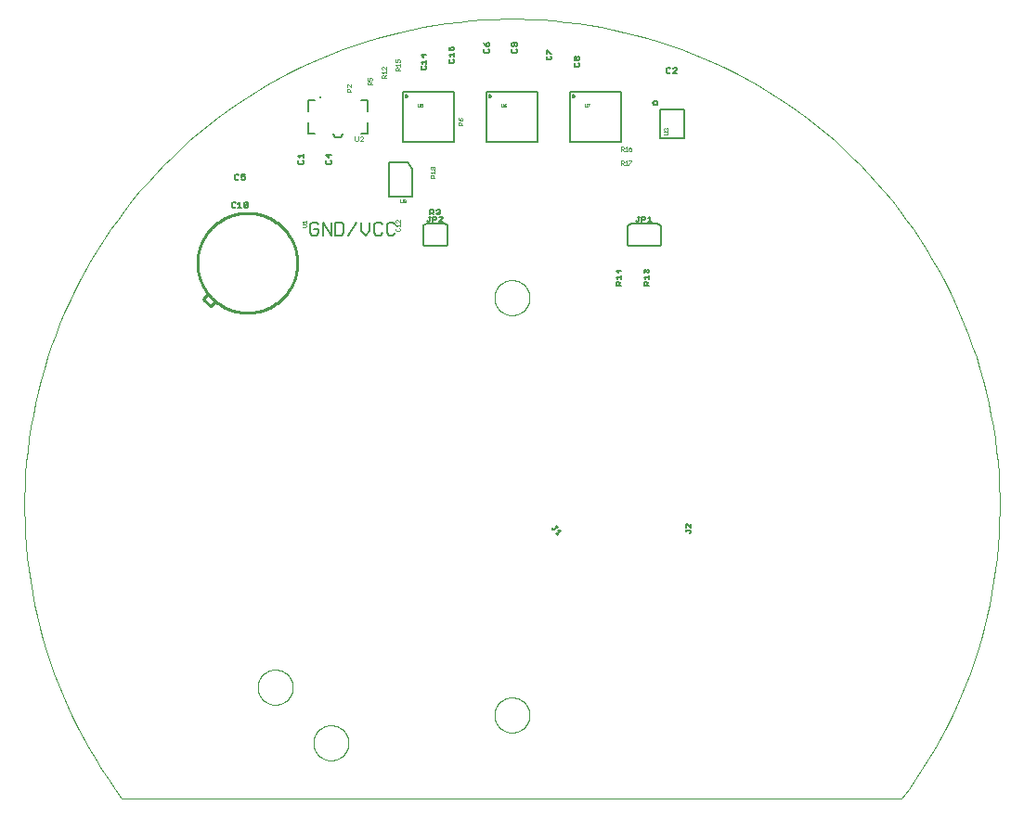
<source format=gto>
G75*
%MOIN*%
%OFA0B0*%
%FSLAX25Y25*%
%IPPOS*%
%LPD*%
%AMOC8*
5,1,8,0,0,1.08239X$1,22.5*
%
%ADD10C,0.00000*%
%ADD11C,0.00500*%
%ADD12C,0.01000*%
%ADD13C,0.00100*%
%ADD14C,0.00200*%
%ADD15C,0.01114*%
%ADD16C,0.00700*%
%ADD17C,0.00800*%
%ADD18C,0.00600*%
D10*
X0062200Y0017200D02*
X0342200Y0017200D01*
X0195901Y0047200D02*
X0195903Y0047358D01*
X0195909Y0047516D01*
X0195919Y0047674D01*
X0195933Y0047832D01*
X0195951Y0047989D01*
X0195972Y0048146D01*
X0195998Y0048302D01*
X0196028Y0048458D01*
X0196061Y0048613D01*
X0196099Y0048766D01*
X0196140Y0048919D01*
X0196185Y0049071D01*
X0196234Y0049222D01*
X0196287Y0049371D01*
X0196343Y0049519D01*
X0196403Y0049665D01*
X0196467Y0049810D01*
X0196535Y0049953D01*
X0196606Y0050095D01*
X0196680Y0050235D01*
X0196758Y0050372D01*
X0196840Y0050508D01*
X0196924Y0050642D01*
X0197013Y0050773D01*
X0197104Y0050902D01*
X0197199Y0051029D01*
X0197296Y0051154D01*
X0197397Y0051276D01*
X0197501Y0051395D01*
X0197608Y0051512D01*
X0197718Y0051626D01*
X0197831Y0051737D01*
X0197946Y0051846D01*
X0198064Y0051951D01*
X0198185Y0052053D01*
X0198308Y0052153D01*
X0198434Y0052249D01*
X0198562Y0052342D01*
X0198692Y0052432D01*
X0198825Y0052518D01*
X0198960Y0052602D01*
X0199096Y0052681D01*
X0199235Y0052758D01*
X0199376Y0052830D01*
X0199518Y0052900D01*
X0199662Y0052965D01*
X0199808Y0053027D01*
X0199955Y0053085D01*
X0200104Y0053140D01*
X0200254Y0053191D01*
X0200405Y0053238D01*
X0200557Y0053281D01*
X0200710Y0053320D01*
X0200865Y0053356D01*
X0201020Y0053387D01*
X0201176Y0053415D01*
X0201332Y0053439D01*
X0201489Y0053459D01*
X0201647Y0053475D01*
X0201804Y0053487D01*
X0201963Y0053495D01*
X0202121Y0053499D01*
X0202279Y0053499D01*
X0202437Y0053495D01*
X0202596Y0053487D01*
X0202753Y0053475D01*
X0202911Y0053459D01*
X0203068Y0053439D01*
X0203224Y0053415D01*
X0203380Y0053387D01*
X0203535Y0053356D01*
X0203690Y0053320D01*
X0203843Y0053281D01*
X0203995Y0053238D01*
X0204146Y0053191D01*
X0204296Y0053140D01*
X0204445Y0053085D01*
X0204592Y0053027D01*
X0204738Y0052965D01*
X0204882Y0052900D01*
X0205024Y0052830D01*
X0205165Y0052758D01*
X0205304Y0052681D01*
X0205440Y0052602D01*
X0205575Y0052518D01*
X0205708Y0052432D01*
X0205838Y0052342D01*
X0205966Y0052249D01*
X0206092Y0052153D01*
X0206215Y0052053D01*
X0206336Y0051951D01*
X0206454Y0051846D01*
X0206569Y0051737D01*
X0206682Y0051626D01*
X0206792Y0051512D01*
X0206899Y0051395D01*
X0207003Y0051276D01*
X0207104Y0051154D01*
X0207201Y0051029D01*
X0207296Y0050902D01*
X0207387Y0050773D01*
X0207476Y0050642D01*
X0207560Y0050508D01*
X0207642Y0050372D01*
X0207720Y0050235D01*
X0207794Y0050095D01*
X0207865Y0049953D01*
X0207933Y0049810D01*
X0207997Y0049665D01*
X0208057Y0049519D01*
X0208113Y0049371D01*
X0208166Y0049222D01*
X0208215Y0049071D01*
X0208260Y0048919D01*
X0208301Y0048766D01*
X0208339Y0048613D01*
X0208372Y0048458D01*
X0208402Y0048302D01*
X0208428Y0048146D01*
X0208449Y0047989D01*
X0208467Y0047832D01*
X0208481Y0047674D01*
X0208491Y0047516D01*
X0208497Y0047358D01*
X0208499Y0047200D01*
X0208497Y0047042D01*
X0208491Y0046884D01*
X0208481Y0046726D01*
X0208467Y0046568D01*
X0208449Y0046411D01*
X0208428Y0046254D01*
X0208402Y0046098D01*
X0208372Y0045942D01*
X0208339Y0045787D01*
X0208301Y0045634D01*
X0208260Y0045481D01*
X0208215Y0045329D01*
X0208166Y0045178D01*
X0208113Y0045029D01*
X0208057Y0044881D01*
X0207997Y0044735D01*
X0207933Y0044590D01*
X0207865Y0044447D01*
X0207794Y0044305D01*
X0207720Y0044165D01*
X0207642Y0044028D01*
X0207560Y0043892D01*
X0207476Y0043758D01*
X0207387Y0043627D01*
X0207296Y0043498D01*
X0207201Y0043371D01*
X0207104Y0043246D01*
X0207003Y0043124D01*
X0206899Y0043005D01*
X0206792Y0042888D01*
X0206682Y0042774D01*
X0206569Y0042663D01*
X0206454Y0042554D01*
X0206336Y0042449D01*
X0206215Y0042347D01*
X0206092Y0042247D01*
X0205966Y0042151D01*
X0205838Y0042058D01*
X0205708Y0041968D01*
X0205575Y0041882D01*
X0205440Y0041798D01*
X0205304Y0041719D01*
X0205165Y0041642D01*
X0205024Y0041570D01*
X0204882Y0041500D01*
X0204738Y0041435D01*
X0204592Y0041373D01*
X0204445Y0041315D01*
X0204296Y0041260D01*
X0204146Y0041209D01*
X0203995Y0041162D01*
X0203843Y0041119D01*
X0203690Y0041080D01*
X0203535Y0041044D01*
X0203380Y0041013D01*
X0203224Y0040985D01*
X0203068Y0040961D01*
X0202911Y0040941D01*
X0202753Y0040925D01*
X0202596Y0040913D01*
X0202437Y0040905D01*
X0202279Y0040901D01*
X0202121Y0040901D01*
X0201963Y0040905D01*
X0201804Y0040913D01*
X0201647Y0040925D01*
X0201489Y0040941D01*
X0201332Y0040961D01*
X0201176Y0040985D01*
X0201020Y0041013D01*
X0200865Y0041044D01*
X0200710Y0041080D01*
X0200557Y0041119D01*
X0200405Y0041162D01*
X0200254Y0041209D01*
X0200104Y0041260D01*
X0199955Y0041315D01*
X0199808Y0041373D01*
X0199662Y0041435D01*
X0199518Y0041500D01*
X0199376Y0041570D01*
X0199235Y0041642D01*
X0199096Y0041719D01*
X0198960Y0041798D01*
X0198825Y0041882D01*
X0198692Y0041968D01*
X0198562Y0042058D01*
X0198434Y0042151D01*
X0198308Y0042247D01*
X0198185Y0042347D01*
X0198064Y0042449D01*
X0197946Y0042554D01*
X0197831Y0042663D01*
X0197718Y0042774D01*
X0197608Y0042888D01*
X0197501Y0043005D01*
X0197397Y0043124D01*
X0197296Y0043246D01*
X0197199Y0043371D01*
X0197104Y0043498D01*
X0197013Y0043627D01*
X0196924Y0043758D01*
X0196840Y0043892D01*
X0196758Y0044028D01*
X0196680Y0044165D01*
X0196606Y0044305D01*
X0196535Y0044447D01*
X0196467Y0044590D01*
X0196403Y0044735D01*
X0196343Y0044881D01*
X0196287Y0045029D01*
X0196234Y0045178D01*
X0196185Y0045329D01*
X0196140Y0045481D01*
X0196099Y0045634D01*
X0196061Y0045787D01*
X0196028Y0045942D01*
X0195998Y0046098D01*
X0195972Y0046254D01*
X0195951Y0046411D01*
X0195933Y0046568D01*
X0195919Y0046726D01*
X0195909Y0046884D01*
X0195903Y0047042D01*
X0195901Y0047200D01*
X0130901Y0037200D02*
X0130903Y0037358D01*
X0130909Y0037516D01*
X0130919Y0037674D01*
X0130933Y0037832D01*
X0130951Y0037989D01*
X0130972Y0038146D01*
X0130998Y0038302D01*
X0131028Y0038458D01*
X0131061Y0038613D01*
X0131099Y0038766D01*
X0131140Y0038919D01*
X0131185Y0039071D01*
X0131234Y0039222D01*
X0131287Y0039371D01*
X0131343Y0039519D01*
X0131403Y0039665D01*
X0131467Y0039810D01*
X0131535Y0039953D01*
X0131606Y0040095D01*
X0131680Y0040235D01*
X0131758Y0040372D01*
X0131840Y0040508D01*
X0131924Y0040642D01*
X0132013Y0040773D01*
X0132104Y0040902D01*
X0132199Y0041029D01*
X0132296Y0041154D01*
X0132397Y0041276D01*
X0132501Y0041395D01*
X0132608Y0041512D01*
X0132718Y0041626D01*
X0132831Y0041737D01*
X0132946Y0041846D01*
X0133064Y0041951D01*
X0133185Y0042053D01*
X0133308Y0042153D01*
X0133434Y0042249D01*
X0133562Y0042342D01*
X0133692Y0042432D01*
X0133825Y0042518D01*
X0133960Y0042602D01*
X0134096Y0042681D01*
X0134235Y0042758D01*
X0134376Y0042830D01*
X0134518Y0042900D01*
X0134662Y0042965D01*
X0134808Y0043027D01*
X0134955Y0043085D01*
X0135104Y0043140D01*
X0135254Y0043191D01*
X0135405Y0043238D01*
X0135557Y0043281D01*
X0135710Y0043320D01*
X0135865Y0043356D01*
X0136020Y0043387D01*
X0136176Y0043415D01*
X0136332Y0043439D01*
X0136489Y0043459D01*
X0136647Y0043475D01*
X0136804Y0043487D01*
X0136963Y0043495D01*
X0137121Y0043499D01*
X0137279Y0043499D01*
X0137437Y0043495D01*
X0137596Y0043487D01*
X0137753Y0043475D01*
X0137911Y0043459D01*
X0138068Y0043439D01*
X0138224Y0043415D01*
X0138380Y0043387D01*
X0138535Y0043356D01*
X0138690Y0043320D01*
X0138843Y0043281D01*
X0138995Y0043238D01*
X0139146Y0043191D01*
X0139296Y0043140D01*
X0139445Y0043085D01*
X0139592Y0043027D01*
X0139738Y0042965D01*
X0139882Y0042900D01*
X0140024Y0042830D01*
X0140165Y0042758D01*
X0140304Y0042681D01*
X0140440Y0042602D01*
X0140575Y0042518D01*
X0140708Y0042432D01*
X0140838Y0042342D01*
X0140966Y0042249D01*
X0141092Y0042153D01*
X0141215Y0042053D01*
X0141336Y0041951D01*
X0141454Y0041846D01*
X0141569Y0041737D01*
X0141682Y0041626D01*
X0141792Y0041512D01*
X0141899Y0041395D01*
X0142003Y0041276D01*
X0142104Y0041154D01*
X0142201Y0041029D01*
X0142296Y0040902D01*
X0142387Y0040773D01*
X0142476Y0040642D01*
X0142560Y0040508D01*
X0142642Y0040372D01*
X0142720Y0040235D01*
X0142794Y0040095D01*
X0142865Y0039953D01*
X0142933Y0039810D01*
X0142997Y0039665D01*
X0143057Y0039519D01*
X0143113Y0039371D01*
X0143166Y0039222D01*
X0143215Y0039071D01*
X0143260Y0038919D01*
X0143301Y0038766D01*
X0143339Y0038613D01*
X0143372Y0038458D01*
X0143402Y0038302D01*
X0143428Y0038146D01*
X0143449Y0037989D01*
X0143467Y0037832D01*
X0143481Y0037674D01*
X0143491Y0037516D01*
X0143497Y0037358D01*
X0143499Y0037200D01*
X0143497Y0037042D01*
X0143491Y0036884D01*
X0143481Y0036726D01*
X0143467Y0036568D01*
X0143449Y0036411D01*
X0143428Y0036254D01*
X0143402Y0036098D01*
X0143372Y0035942D01*
X0143339Y0035787D01*
X0143301Y0035634D01*
X0143260Y0035481D01*
X0143215Y0035329D01*
X0143166Y0035178D01*
X0143113Y0035029D01*
X0143057Y0034881D01*
X0142997Y0034735D01*
X0142933Y0034590D01*
X0142865Y0034447D01*
X0142794Y0034305D01*
X0142720Y0034165D01*
X0142642Y0034028D01*
X0142560Y0033892D01*
X0142476Y0033758D01*
X0142387Y0033627D01*
X0142296Y0033498D01*
X0142201Y0033371D01*
X0142104Y0033246D01*
X0142003Y0033124D01*
X0141899Y0033005D01*
X0141792Y0032888D01*
X0141682Y0032774D01*
X0141569Y0032663D01*
X0141454Y0032554D01*
X0141336Y0032449D01*
X0141215Y0032347D01*
X0141092Y0032247D01*
X0140966Y0032151D01*
X0140838Y0032058D01*
X0140708Y0031968D01*
X0140575Y0031882D01*
X0140440Y0031798D01*
X0140304Y0031719D01*
X0140165Y0031642D01*
X0140024Y0031570D01*
X0139882Y0031500D01*
X0139738Y0031435D01*
X0139592Y0031373D01*
X0139445Y0031315D01*
X0139296Y0031260D01*
X0139146Y0031209D01*
X0138995Y0031162D01*
X0138843Y0031119D01*
X0138690Y0031080D01*
X0138535Y0031044D01*
X0138380Y0031013D01*
X0138224Y0030985D01*
X0138068Y0030961D01*
X0137911Y0030941D01*
X0137753Y0030925D01*
X0137596Y0030913D01*
X0137437Y0030905D01*
X0137279Y0030901D01*
X0137121Y0030901D01*
X0136963Y0030905D01*
X0136804Y0030913D01*
X0136647Y0030925D01*
X0136489Y0030941D01*
X0136332Y0030961D01*
X0136176Y0030985D01*
X0136020Y0031013D01*
X0135865Y0031044D01*
X0135710Y0031080D01*
X0135557Y0031119D01*
X0135405Y0031162D01*
X0135254Y0031209D01*
X0135104Y0031260D01*
X0134955Y0031315D01*
X0134808Y0031373D01*
X0134662Y0031435D01*
X0134518Y0031500D01*
X0134376Y0031570D01*
X0134235Y0031642D01*
X0134096Y0031719D01*
X0133960Y0031798D01*
X0133825Y0031882D01*
X0133692Y0031968D01*
X0133562Y0032058D01*
X0133434Y0032151D01*
X0133308Y0032247D01*
X0133185Y0032347D01*
X0133064Y0032449D01*
X0132946Y0032554D01*
X0132831Y0032663D01*
X0132718Y0032774D01*
X0132608Y0032888D01*
X0132501Y0033005D01*
X0132397Y0033124D01*
X0132296Y0033246D01*
X0132199Y0033371D01*
X0132104Y0033498D01*
X0132013Y0033627D01*
X0131924Y0033758D01*
X0131840Y0033892D01*
X0131758Y0034028D01*
X0131680Y0034165D01*
X0131606Y0034305D01*
X0131535Y0034447D01*
X0131467Y0034590D01*
X0131403Y0034735D01*
X0131343Y0034881D01*
X0131287Y0035029D01*
X0131234Y0035178D01*
X0131185Y0035329D01*
X0131140Y0035481D01*
X0131099Y0035634D01*
X0131061Y0035787D01*
X0131028Y0035942D01*
X0130998Y0036098D01*
X0130972Y0036254D01*
X0130951Y0036411D01*
X0130933Y0036568D01*
X0130919Y0036726D01*
X0130909Y0036884D01*
X0130903Y0037042D01*
X0130901Y0037200D01*
X0110901Y0057200D02*
X0110903Y0057358D01*
X0110909Y0057516D01*
X0110919Y0057674D01*
X0110933Y0057832D01*
X0110951Y0057989D01*
X0110972Y0058146D01*
X0110998Y0058302D01*
X0111028Y0058458D01*
X0111061Y0058613D01*
X0111099Y0058766D01*
X0111140Y0058919D01*
X0111185Y0059071D01*
X0111234Y0059222D01*
X0111287Y0059371D01*
X0111343Y0059519D01*
X0111403Y0059665D01*
X0111467Y0059810D01*
X0111535Y0059953D01*
X0111606Y0060095D01*
X0111680Y0060235D01*
X0111758Y0060372D01*
X0111840Y0060508D01*
X0111924Y0060642D01*
X0112013Y0060773D01*
X0112104Y0060902D01*
X0112199Y0061029D01*
X0112296Y0061154D01*
X0112397Y0061276D01*
X0112501Y0061395D01*
X0112608Y0061512D01*
X0112718Y0061626D01*
X0112831Y0061737D01*
X0112946Y0061846D01*
X0113064Y0061951D01*
X0113185Y0062053D01*
X0113308Y0062153D01*
X0113434Y0062249D01*
X0113562Y0062342D01*
X0113692Y0062432D01*
X0113825Y0062518D01*
X0113960Y0062602D01*
X0114096Y0062681D01*
X0114235Y0062758D01*
X0114376Y0062830D01*
X0114518Y0062900D01*
X0114662Y0062965D01*
X0114808Y0063027D01*
X0114955Y0063085D01*
X0115104Y0063140D01*
X0115254Y0063191D01*
X0115405Y0063238D01*
X0115557Y0063281D01*
X0115710Y0063320D01*
X0115865Y0063356D01*
X0116020Y0063387D01*
X0116176Y0063415D01*
X0116332Y0063439D01*
X0116489Y0063459D01*
X0116647Y0063475D01*
X0116804Y0063487D01*
X0116963Y0063495D01*
X0117121Y0063499D01*
X0117279Y0063499D01*
X0117437Y0063495D01*
X0117596Y0063487D01*
X0117753Y0063475D01*
X0117911Y0063459D01*
X0118068Y0063439D01*
X0118224Y0063415D01*
X0118380Y0063387D01*
X0118535Y0063356D01*
X0118690Y0063320D01*
X0118843Y0063281D01*
X0118995Y0063238D01*
X0119146Y0063191D01*
X0119296Y0063140D01*
X0119445Y0063085D01*
X0119592Y0063027D01*
X0119738Y0062965D01*
X0119882Y0062900D01*
X0120024Y0062830D01*
X0120165Y0062758D01*
X0120304Y0062681D01*
X0120440Y0062602D01*
X0120575Y0062518D01*
X0120708Y0062432D01*
X0120838Y0062342D01*
X0120966Y0062249D01*
X0121092Y0062153D01*
X0121215Y0062053D01*
X0121336Y0061951D01*
X0121454Y0061846D01*
X0121569Y0061737D01*
X0121682Y0061626D01*
X0121792Y0061512D01*
X0121899Y0061395D01*
X0122003Y0061276D01*
X0122104Y0061154D01*
X0122201Y0061029D01*
X0122296Y0060902D01*
X0122387Y0060773D01*
X0122476Y0060642D01*
X0122560Y0060508D01*
X0122642Y0060372D01*
X0122720Y0060235D01*
X0122794Y0060095D01*
X0122865Y0059953D01*
X0122933Y0059810D01*
X0122997Y0059665D01*
X0123057Y0059519D01*
X0123113Y0059371D01*
X0123166Y0059222D01*
X0123215Y0059071D01*
X0123260Y0058919D01*
X0123301Y0058766D01*
X0123339Y0058613D01*
X0123372Y0058458D01*
X0123402Y0058302D01*
X0123428Y0058146D01*
X0123449Y0057989D01*
X0123467Y0057832D01*
X0123481Y0057674D01*
X0123491Y0057516D01*
X0123497Y0057358D01*
X0123499Y0057200D01*
X0123497Y0057042D01*
X0123491Y0056884D01*
X0123481Y0056726D01*
X0123467Y0056568D01*
X0123449Y0056411D01*
X0123428Y0056254D01*
X0123402Y0056098D01*
X0123372Y0055942D01*
X0123339Y0055787D01*
X0123301Y0055634D01*
X0123260Y0055481D01*
X0123215Y0055329D01*
X0123166Y0055178D01*
X0123113Y0055029D01*
X0123057Y0054881D01*
X0122997Y0054735D01*
X0122933Y0054590D01*
X0122865Y0054447D01*
X0122794Y0054305D01*
X0122720Y0054165D01*
X0122642Y0054028D01*
X0122560Y0053892D01*
X0122476Y0053758D01*
X0122387Y0053627D01*
X0122296Y0053498D01*
X0122201Y0053371D01*
X0122104Y0053246D01*
X0122003Y0053124D01*
X0121899Y0053005D01*
X0121792Y0052888D01*
X0121682Y0052774D01*
X0121569Y0052663D01*
X0121454Y0052554D01*
X0121336Y0052449D01*
X0121215Y0052347D01*
X0121092Y0052247D01*
X0120966Y0052151D01*
X0120838Y0052058D01*
X0120708Y0051968D01*
X0120575Y0051882D01*
X0120440Y0051798D01*
X0120304Y0051719D01*
X0120165Y0051642D01*
X0120024Y0051570D01*
X0119882Y0051500D01*
X0119738Y0051435D01*
X0119592Y0051373D01*
X0119445Y0051315D01*
X0119296Y0051260D01*
X0119146Y0051209D01*
X0118995Y0051162D01*
X0118843Y0051119D01*
X0118690Y0051080D01*
X0118535Y0051044D01*
X0118380Y0051013D01*
X0118224Y0050985D01*
X0118068Y0050961D01*
X0117911Y0050941D01*
X0117753Y0050925D01*
X0117596Y0050913D01*
X0117437Y0050905D01*
X0117279Y0050901D01*
X0117121Y0050901D01*
X0116963Y0050905D01*
X0116804Y0050913D01*
X0116647Y0050925D01*
X0116489Y0050941D01*
X0116332Y0050961D01*
X0116176Y0050985D01*
X0116020Y0051013D01*
X0115865Y0051044D01*
X0115710Y0051080D01*
X0115557Y0051119D01*
X0115405Y0051162D01*
X0115254Y0051209D01*
X0115104Y0051260D01*
X0114955Y0051315D01*
X0114808Y0051373D01*
X0114662Y0051435D01*
X0114518Y0051500D01*
X0114376Y0051570D01*
X0114235Y0051642D01*
X0114096Y0051719D01*
X0113960Y0051798D01*
X0113825Y0051882D01*
X0113692Y0051968D01*
X0113562Y0052058D01*
X0113434Y0052151D01*
X0113308Y0052247D01*
X0113185Y0052347D01*
X0113064Y0052449D01*
X0112946Y0052554D01*
X0112831Y0052663D01*
X0112718Y0052774D01*
X0112608Y0052888D01*
X0112501Y0053005D01*
X0112397Y0053124D01*
X0112296Y0053246D01*
X0112199Y0053371D01*
X0112104Y0053498D01*
X0112013Y0053627D01*
X0111924Y0053758D01*
X0111840Y0053892D01*
X0111758Y0054028D01*
X0111680Y0054165D01*
X0111606Y0054305D01*
X0111535Y0054447D01*
X0111467Y0054590D01*
X0111403Y0054735D01*
X0111343Y0054881D01*
X0111287Y0055029D01*
X0111234Y0055178D01*
X0111185Y0055329D01*
X0111140Y0055481D01*
X0111099Y0055634D01*
X0111061Y0055787D01*
X0111028Y0055942D01*
X0110998Y0056098D01*
X0110972Y0056254D01*
X0110951Y0056411D01*
X0110933Y0056568D01*
X0110919Y0056726D01*
X0110909Y0056884D01*
X0110903Y0057042D01*
X0110901Y0057200D01*
X0062200Y0017200D02*
X0059670Y0020657D01*
X0057225Y0024176D01*
X0054867Y0027753D01*
X0052597Y0031386D01*
X0050416Y0035075D01*
X0048327Y0038815D01*
X0046330Y0042605D01*
X0044426Y0046443D01*
X0042617Y0050327D01*
X0040903Y0054254D01*
X0039286Y0058221D01*
X0037766Y0062227D01*
X0036345Y0066269D01*
X0035023Y0070344D01*
X0033801Y0074451D01*
X0032680Y0078586D01*
X0031661Y0082747D01*
X0030744Y0086932D01*
X0029929Y0091139D01*
X0029218Y0095363D01*
X0028610Y0099605D01*
X0028107Y0103859D01*
X0027707Y0108125D01*
X0027412Y0112399D01*
X0027222Y0116679D01*
X0027136Y0120963D01*
X0027156Y0125247D01*
X0027280Y0129530D01*
X0027509Y0133808D01*
X0027842Y0138079D01*
X0028280Y0142341D01*
X0028822Y0146591D01*
X0029468Y0150827D01*
X0030218Y0155045D01*
X0031070Y0159244D01*
X0032025Y0163420D01*
X0033082Y0167572D01*
X0034240Y0171697D01*
X0035499Y0175793D01*
X0036857Y0179856D01*
X0038315Y0183885D01*
X0039871Y0187877D01*
X0041524Y0191829D01*
X0043273Y0195740D01*
X0045117Y0199607D01*
X0047056Y0203428D01*
X0049087Y0207200D01*
X0051210Y0210922D01*
X0053423Y0214590D01*
X0055726Y0218203D01*
X0058116Y0221759D01*
X0060593Y0225255D01*
X0063154Y0228689D01*
X0065799Y0232060D01*
X0068525Y0235365D01*
X0071332Y0238602D01*
X0074217Y0241770D01*
X0077178Y0244866D01*
X0080215Y0247889D01*
X0083324Y0250836D01*
X0086505Y0253707D01*
X0089754Y0256498D01*
X0093072Y0259210D01*
X0096454Y0261839D01*
X0099900Y0264385D01*
X0103407Y0266846D01*
X0106974Y0269220D01*
X0110597Y0271506D01*
X0114275Y0273703D01*
X0118006Y0275810D01*
X0121788Y0277824D01*
X0125617Y0279745D01*
X0129493Y0281572D01*
X0133411Y0283303D01*
X0137372Y0284939D01*
X0141371Y0286476D01*
X0145406Y0287916D01*
X0149475Y0289256D01*
X0153576Y0290496D01*
X0157706Y0291636D01*
X0161863Y0292674D01*
X0166044Y0293610D01*
X0170246Y0294443D01*
X0174468Y0295174D01*
X0178706Y0295800D01*
X0182959Y0296323D01*
X0187223Y0296742D01*
X0191495Y0297056D01*
X0195775Y0297266D01*
X0200058Y0297371D01*
X0204342Y0297371D01*
X0208625Y0297266D01*
X0212905Y0297056D01*
X0217177Y0296742D01*
X0221441Y0296323D01*
X0225694Y0295800D01*
X0229932Y0295174D01*
X0234154Y0294443D01*
X0238356Y0293610D01*
X0242537Y0292674D01*
X0246694Y0291636D01*
X0250824Y0290496D01*
X0254925Y0289256D01*
X0258994Y0287916D01*
X0263029Y0286476D01*
X0267028Y0284939D01*
X0270989Y0283303D01*
X0274907Y0281572D01*
X0278783Y0279745D01*
X0282612Y0277824D01*
X0286394Y0275810D01*
X0290125Y0273703D01*
X0293803Y0271506D01*
X0297426Y0269220D01*
X0300993Y0266846D01*
X0304500Y0264385D01*
X0307946Y0261839D01*
X0311328Y0259210D01*
X0314646Y0256498D01*
X0317895Y0253707D01*
X0321076Y0250836D01*
X0324185Y0247889D01*
X0327222Y0244866D01*
X0330183Y0241770D01*
X0333068Y0238602D01*
X0335875Y0235365D01*
X0338601Y0232060D01*
X0341246Y0228689D01*
X0343807Y0225255D01*
X0346284Y0221759D01*
X0348674Y0218203D01*
X0350977Y0214590D01*
X0353190Y0210922D01*
X0355313Y0207200D01*
X0357344Y0203428D01*
X0359283Y0199607D01*
X0361127Y0195740D01*
X0362876Y0191829D01*
X0364529Y0187877D01*
X0366085Y0183885D01*
X0367543Y0179856D01*
X0368901Y0175793D01*
X0370160Y0171697D01*
X0371318Y0167572D01*
X0372375Y0163420D01*
X0373330Y0159244D01*
X0374182Y0155045D01*
X0374932Y0150827D01*
X0375578Y0146591D01*
X0376120Y0142341D01*
X0376558Y0138079D01*
X0376891Y0133808D01*
X0377120Y0129530D01*
X0377244Y0125247D01*
X0377264Y0120963D01*
X0377178Y0116679D01*
X0376988Y0112399D01*
X0376693Y0108125D01*
X0376293Y0103859D01*
X0375790Y0099605D01*
X0375182Y0095363D01*
X0374471Y0091139D01*
X0373656Y0086932D01*
X0372739Y0082747D01*
X0371720Y0078586D01*
X0370599Y0074451D01*
X0369377Y0070344D01*
X0368055Y0066269D01*
X0366634Y0062227D01*
X0365114Y0058221D01*
X0363497Y0054254D01*
X0361783Y0050327D01*
X0359974Y0046443D01*
X0358070Y0042605D01*
X0356073Y0038815D01*
X0353984Y0035075D01*
X0351803Y0031386D01*
X0349533Y0027753D01*
X0347175Y0024176D01*
X0344730Y0020657D01*
X0342200Y0017200D01*
X0195901Y0197200D02*
X0195903Y0197358D01*
X0195909Y0197516D01*
X0195919Y0197674D01*
X0195933Y0197832D01*
X0195951Y0197989D01*
X0195972Y0198146D01*
X0195998Y0198302D01*
X0196028Y0198458D01*
X0196061Y0198613D01*
X0196099Y0198766D01*
X0196140Y0198919D01*
X0196185Y0199071D01*
X0196234Y0199222D01*
X0196287Y0199371D01*
X0196343Y0199519D01*
X0196403Y0199665D01*
X0196467Y0199810D01*
X0196535Y0199953D01*
X0196606Y0200095D01*
X0196680Y0200235D01*
X0196758Y0200372D01*
X0196840Y0200508D01*
X0196924Y0200642D01*
X0197013Y0200773D01*
X0197104Y0200902D01*
X0197199Y0201029D01*
X0197296Y0201154D01*
X0197397Y0201276D01*
X0197501Y0201395D01*
X0197608Y0201512D01*
X0197718Y0201626D01*
X0197831Y0201737D01*
X0197946Y0201846D01*
X0198064Y0201951D01*
X0198185Y0202053D01*
X0198308Y0202153D01*
X0198434Y0202249D01*
X0198562Y0202342D01*
X0198692Y0202432D01*
X0198825Y0202518D01*
X0198960Y0202602D01*
X0199096Y0202681D01*
X0199235Y0202758D01*
X0199376Y0202830D01*
X0199518Y0202900D01*
X0199662Y0202965D01*
X0199808Y0203027D01*
X0199955Y0203085D01*
X0200104Y0203140D01*
X0200254Y0203191D01*
X0200405Y0203238D01*
X0200557Y0203281D01*
X0200710Y0203320D01*
X0200865Y0203356D01*
X0201020Y0203387D01*
X0201176Y0203415D01*
X0201332Y0203439D01*
X0201489Y0203459D01*
X0201647Y0203475D01*
X0201804Y0203487D01*
X0201963Y0203495D01*
X0202121Y0203499D01*
X0202279Y0203499D01*
X0202437Y0203495D01*
X0202596Y0203487D01*
X0202753Y0203475D01*
X0202911Y0203459D01*
X0203068Y0203439D01*
X0203224Y0203415D01*
X0203380Y0203387D01*
X0203535Y0203356D01*
X0203690Y0203320D01*
X0203843Y0203281D01*
X0203995Y0203238D01*
X0204146Y0203191D01*
X0204296Y0203140D01*
X0204445Y0203085D01*
X0204592Y0203027D01*
X0204738Y0202965D01*
X0204882Y0202900D01*
X0205024Y0202830D01*
X0205165Y0202758D01*
X0205304Y0202681D01*
X0205440Y0202602D01*
X0205575Y0202518D01*
X0205708Y0202432D01*
X0205838Y0202342D01*
X0205966Y0202249D01*
X0206092Y0202153D01*
X0206215Y0202053D01*
X0206336Y0201951D01*
X0206454Y0201846D01*
X0206569Y0201737D01*
X0206682Y0201626D01*
X0206792Y0201512D01*
X0206899Y0201395D01*
X0207003Y0201276D01*
X0207104Y0201154D01*
X0207201Y0201029D01*
X0207296Y0200902D01*
X0207387Y0200773D01*
X0207476Y0200642D01*
X0207560Y0200508D01*
X0207642Y0200372D01*
X0207720Y0200235D01*
X0207794Y0200095D01*
X0207865Y0199953D01*
X0207933Y0199810D01*
X0207997Y0199665D01*
X0208057Y0199519D01*
X0208113Y0199371D01*
X0208166Y0199222D01*
X0208215Y0199071D01*
X0208260Y0198919D01*
X0208301Y0198766D01*
X0208339Y0198613D01*
X0208372Y0198458D01*
X0208402Y0198302D01*
X0208428Y0198146D01*
X0208449Y0197989D01*
X0208467Y0197832D01*
X0208481Y0197674D01*
X0208491Y0197516D01*
X0208497Y0197358D01*
X0208499Y0197200D01*
X0208497Y0197042D01*
X0208491Y0196884D01*
X0208481Y0196726D01*
X0208467Y0196568D01*
X0208449Y0196411D01*
X0208428Y0196254D01*
X0208402Y0196098D01*
X0208372Y0195942D01*
X0208339Y0195787D01*
X0208301Y0195634D01*
X0208260Y0195481D01*
X0208215Y0195329D01*
X0208166Y0195178D01*
X0208113Y0195029D01*
X0208057Y0194881D01*
X0207997Y0194735D01*
X0207933Y0194590D01*
X0207865Y0194447D01*
X0207794Y0194305D01*
X0207720Y0194165D01*
X0207642Y0194028D01*
X0207560Y0193892D01*
X0207476Y0193758D01*
X0207387Y0193627D01*
X0207296Y0193498D01*
X0207201Y0193371D01*
X0207104Y0193246D01*
X0207003Y0193124D01*
X0206899Y0193005D01*
X0206792Y0192888D01*
X0206682Y0192774D01*
X0206569Y0192663D01*
X0206454Y0192554D01*
X0206336Y0192449D01*
X0206215Y0192347D01*
X0206092Y0192247D01*
X0205966Y0192151D01*
X0205838Y0192058D01*
X0205708Y0191968D01*
X0205575Y0191882D01*
X0205440Y0191798D01*
X0205304Y0191719D01*
X0205165Y0191642D01*
X0205024Y0191570D01*
X0204882Y0191500D01*
X0204738Y0191435D01*
X0204592Y0191373D01*
X0204445Y0191315D01*
X0204296Y0191260D01*
X0204146Y0191209D01*
X0203995Y0191162D01*
X0203843Y0191119D01*
X0203690Y0191080D01*
X0203535Y0191044D01*
X0203380Y0191013D01*
X0203224Y0190985D01*
X0203068Y0190961D01*
X0202911Y0190941D01*
X0202753Y0190925D01*
X0202596Y0190913D01*
X0202437Y0190905D01*
X0202279Y0190901D01*
X0202121Y0190901D01*
X0201963Y0190905D01*
X0201804Y0190913D01*
X0201647Y0190925D01*
X0201489Y0190941D01*
X0201332Y0190961D01*
X0201176Y0190985D01*
X0201020Y0191013D01*
X0200865Y0191044D01*
X0200710Y0191080D01*
X0200557Y0191119D01*
X0200405Y0191162D01*
X0200254Y0191209D01*
X0200104Y0191260D01*
X0199955Y0191315D01*
X0199808Y0191373D01*
X0199662Y0191435D01*
X0199518Y0191500D01*
X0199376Y0191570D01*
X0199235Y0191642D01*
X0199096Y0191719D01*
X0198960Y0191798D01*
X0198825Y0191882D01*
X0198692Y0191968D01*
X0198562Y0192058D01*
X0198434Y0192151D01*
X0198308Y0192247D01*
X0198185Y0192347D01*
X0198064Y0192449D01*
X0197946Y0192554D01*
X0197831Y0192663D01*
X0197718Y0192774D01*
X0197608Y0192888D01*
X0197501Y0193005D01*
X0197397Y0193124D01*
X0197296Y0193246D01*
X0197199Y0193371D01*
X0197104Y0193498D01*
X0197013Y0193627D01*
X0196924Y0193758D01*
X0196840Y0193892D01*
X0196758Y0194028D01*
X0196680Y0194165D01*
X0196606Y0194305D01*
X0196535Y0194447D01*
X0196467Y0194590D01*
X0196403Y0194735D01*
X0196343Y0194881D01*
X0196287Y0195029D01*
X0196234Y0195178D01*
X0196185Y0195329D01*
X0196140Y0195481D01*
X0196099Y0195634D01*
X0196061Y0195787D01*
X0196028Y0195942D01*
X0195998Y0196098D01*
X0195972Y0196254D01*
X0195951Y0196411D01*
X0195933Y0196568D01*
X0195919Y0196726D01*
X0195909Y0196884D01*
X0195903Y0197042D01*
X0195901Y0197200D01*
D11*
X0160276Y0220401D02*
X0159525Y0219650D01*
X0158024Y0219650D01*
X0157274Y0220401D01*
X0157274Y0223403D01*
X0158024Y0224154D01*
X0159525Y0224154D01*
X0160276Y0223403D01*
X0155672Y0223403D02*
X0154922Y0224154D01*
X0153420Y0224154D01*
X0152670Y0223403D01*
X0152670Y0220401D01*
X0153420Y0219650D01*
X0154922Y0219650D01*
X0155672Y0220401D01*
X0151068Y0221151D02*
X0151068Y0224154D01*
X0148066Y0224154D02*
X0148066Y0221151D01*
X0149567Y0219650D01*
X0151068Y0221151D01*
X0146464Y0224154D02*
X0143462Y0219650D01*
X0141860Y0220401D02*
X0141860Y0223403D01*
X0141110Y0224154D01*
X0138858Y0224154D01*
X0138858Y0219650D01*
X0141110Y0219650D01*
X0141860Y0220401D01*
X0137256Y0219650D02*
X0137256Y0224154D01*
X0134254Y0224154D02*
X0137256Y0219650D01*
X0134254Y0219650D02*
X0134254Y0224154D01*
X0132653Y0223403D02*
X0131902Y0224154D01*
X0130401Y0224154D01*
X0129650Y0223403D01*
X0129650Y0220401D01*
X0130401Y0219650D01*
X0131902Y0219650D01*
X0132653Y0220401D01*
X0132653Y0221902D01*
X0131151Y0221902D01*
X0107323Y0229867D02*
X0107006Y0229550D01*
X0106372Y0229550D01*
X0106055Y0229867D01*
X0107323Y0231135D01*
X0107323Y0229867D01*
X0107323Y0231135D02*
X0107006Y0231452D01*
X0106372Y0231452D01*
X0106055Y0231135D01*
X0106055Y0229867D01*
X0105113Y0229550D02*
X0103845Y0229550D01*
X0104479Y0229550D02*
X0104479Y0231452D01*
X0103845Y0230818D01*
X0102903Y0231135D02*
X0102586Y0231452D01*
X0101952Y0231452D01*
X0101635Y0231135D01*
X0101635Y0229867D01*
X0101952Y0229550D01*
X0102586Y0229550D01*
X0102903Y0229867D01*
X0103057Y0239550D02*
X0102740Y0239867D01*
X0102740Y0241135D01*
X0103057Y0241452D01*
X0103691Y0241452D01*
X0104008Y0241135D01*
X0104950Y0241452D02*
X0104950Y0240501D01*
X0105584Y0240818D01*
X0105901Y0240818D01*
X0106218Y0240501D01*
X0106218Y0239867D01*
X0105901Y0239550D01*
X0105267Y0239550D01*
X0104950Y0239867D01*
X0104008Y0239867D02*
X0103691Y0239550D01*
X0103057Y0239550D01*
X0104950Y0241452D02*
X0106218Y0241452D01*
X0125448Y0245557D02*
X0125765Y0245240D01*
X0127033Y0245240D01*
X0127350Y0245557D01*
X0127350Y0246191D01*
X0127033Y0246508D01*
X0127350Y0247450D02*
X0127350Y0248718D01*
X0127350Y0248084D02*
X0125448Y0248084D01*
X0126082Y0247450D01*
X0125765Y0246508D02*
X0125448Y0246191D01*
X0125448Y0245557D01*
X0135448Y0245557D02*
X0135765Y0245240D01*
X0137033Y0245240D01*
X0137350Y0245557D01*
X0137350Y0246191D01*
X0137033Y0246508D01*
X0136399Y0247450D02*
X0136399Y0248718D01*
X0135448Y0248401D02*
X0136399Y0247450D01*
X0135765Y0246508D02*
X0135448Y0246191D01*
X0135448Y0245557D01*
X0135448Y0248401D02*
X0137350Y0248401D01*
X0138125Y0256294D02*
X0138127Y0256215D01*
X0138133Y0256137D01*
X0138143Y0256059D01*
X0138156Y0255982D01*
X0138174Y0255905D01*
X0138195Y0255830D01*
X0138220Y0255755D01*
X0138249Y0255682D01*
X0138281Y0255611D01*
X0138317Y0255541D01*
X0138356Y0255473D01*
X0138399Y0255407D01*
X0138445Y0255343D01*
X0138493Y0255282D01*
X0138545Y0255223D01*
X0138600Y0255167D01*
X0138658Y0255113D01*
X0138718Y0255063D01*
X0138781Y0255015D01*
X0138845Y0254971D01*
X0138913Y0254930D01*
X0138981Y0254892D01*
X0139052Y0254858D01*
X0139125Y0254828D01*
X0139198Y0254801D01*
X0139273Y0254778D01*
X0139350Y0254758D01*
X0139427Y0254743D01*
X0139504Y0254731D01*
X0139582Y0254723D01*
X0139661Y0254719D01*
X0139739Y0254719D01*
X0139818Y0254723D01*
X0139896Y0254731D01*
X0139973Y0254743D01*
X0140050Y0254758D01*
X0140127Y0254778D01*
X0140202Y0254801D01*
X0140275Y0254828D01*
X0140348Y0254858D01*
X0140419Y0254892D01*
X0140488Y0254930D01*
X0140555Y0254971D01*
X0140619Y0255015D01*
X0140682Y0255063D01*
X0140742Y0255113D01*
X0140800Y0255167D01*
X0140855Y0255223D01*
X0140907Y0255282D01*
X0140955Y0255343D01*
X0141001Y0255407D01*
X0141044Y0255473D01*
X0141083Y0255541D01*
X0141119Y0255611D01*
X0141151Y0255682D01*
X0141180Y0255755D01*
X0141205Y0255830D01*
X0141226Y0255905D01*
X0141244Y0255982D01*
X0141257Y0256059D01*
X0141267Y0256137D01*
X0141273Y0256215D01*
X0141275Y0256294D01*
X0158066Y0245802D02*
X0158066Y0233598D01*
X0166334Y0233598D01*
X0166334Y0243637D01*
X0164562Y0245802D01*
X0158066Y0245802D01*
X0162948Y0253342D02*
X0162948Y0271058D01*
X0181452Y0271058D01*
X0181452Y0253342D01*
X0162948Y0253342D01*
X0163932Y0269680D02*
X0163934Y0269719D01*
X0163940Y0269758D01*
X0163950Y0269796D01*
X0163963Y0269833D01*
X0163980Y0269868D01*
X0164000Y0269902D01*
X0164024Y0269933D01*
X0164051Y0269962D01*
X0164080Y0269988D01*
X0164112Y0270011D01*
X0164146Y0270031D01*
X0164182Y0270047D01*
X0164219Y0270059D01*
X0164258Y0270068D01*
X0164297Y0270073D01*
X0164336Y0270074D01*
X0164375Y0270071D01*
X0164414Y0270064D01*
X0164451Y0270053D01*
X0164488Y0270039D01*
X0164523Y0270021D01*
X0164556Y0270000D01*
X0164587Y0269975D01*
X0164615Y0269948D01*
X0164640Y0269918D01*
X0164662Y0269885D01*
X0164681Y0269851D01*
X0164696Y0269815D01*
X0164708Y0269777D01*
X0164716Y0269739D01*
X0164720Y0269700D01*
X0164720Y0269660D01*
X0164716Y0269621D01*
X0164708Y0269583D01*
X0164696Y0269545D01*
X0164681Y0269509D01*
X0164662Y0269475D01*
X0164640Y0269442D01*
X0164615Y0269412D01*
X0164587Y0269385D01*
X0164556Y0269360D01*
X0164523Y0269339D01*
X0164488Y0269321D01*
X0164451Y0269307D01*
X0164414Y0269296D01*
X0164375Y0269289D01*
X0164336Y0269286D01*
X0164297Y0269287D01*
X0164258Y0269292D01*
X0164219Y0269301D01*
X0164182Y0269313D01*
X0164146Y0269329D01*
X0164112Y0269349D01*
X0164080Y0269372D01*
X0164051Y0269398D01*
X0164024Y0269427D01*
X0164000Y0269458D01*
X0163980Y0269492D01*
X0163963Y0269527D01*
X0163950Y0269564D01*
X0163940Y0269602D01*
X0163934Y0269641D01*
X0163932Y0269680D01*
X0169865Y0279135D02*
X0171133Y0279135D01*
X0171450Y0279452D01*
X0171450Y0280086D01*
X0171133Y0280403D01*
X0171450Y0281345D02*
X0171450Y0282613D01*
X0171450Y0281979D02*
X0169548Y0281979D01*
X0170182Y0281345D01*
X0169865Y0280403D02*
X0169548Y0280086D01*
X0169548Y0279452D01*
X0169865Y0279135D01*
X0170499Y0283555D02*
X0170499Y0284823D01*
X0169548Y0284506D02*
X0170499Y0283555D01*
X0171450Y0284506D02*
X0169548Y0284506D01*
X0179548Y0284479D02*
X0180182Y0283845D01*
X0179548Y0284479D02*
X0181450Y0284479D01*
X0181450Y0283845D02*
X0181450Y0285113D01*
X0181133Y0286055D02*
X0181450Y0286372D01*
X0181450Y0287006D01*
X0181133Y0287323D01*
X0180499Y0287323D01*
X0180182Y0287006D01*
X0180182Y0286689D01*
X0180499Y0286055D01*
X0179548Y0286055D01*
X0179548Y0287323D01*
X0179865Y0282903D02*
X0179548Y0282586D01*
X0179548Y0281952D01*
X0179865Y0281635D01*
X0181133Y0281635D01*
X0181450Y0281952D01*
X0181450Y0282586D01*
X0181133Y0282903D01*
X0192048Y0285557D02*
X0192365Y0285240D01*
X0193633Y0285240D01*
X0193950Y0285557D01*
X0193950Y0286191D01*
X0193633Y0286508D01*
X0193633Y0287450D02*
X0193950Y0287767D01*
X0193950Y0288401D01*
X0193633Y0288718D01*
X0193316Y0288718D01*
X0192999Y0288401D01*
X0192999Y0287450D01*
X0193633Y0287450D01*
X0192999Y0287450D02*
X0192365Y0288084D01*
X0192048Y0288718D01*
X0192365Y0286508D02*
X0192048Y0286191D01*
X0192048Y0285557D01*
X0202048Y0285557D02*
X0202365Y0285240D01*
X0203633Y0285240D01*
X0203950Y0285557D01*
X0203950Y0286191D01*
X0203633Y0286508D01*
X0203633Y0287450D02*
X0203950Y0287767D01*
X0203950Y0288401D01*
X0203633Y0288718D01*
X0202365Y0288718D01*
X0202048Y0288401D01*
X0202048Y0287767D01*
X0202365Y0287450D01*
X0202682Y0287450D01*
X0202999Y0287767D01*
X0202999Y0288718D01*
X0202365Y0286508D02*
X0202048Y0286191D01*
X0202048Y0285557D01*
X0214548Y0284950D02*
X0214548Y0286218D01*
X0214865Y0286218D01*
X0216133Y0284950D01*
X0216450Y0284950D01*
X0216133Y0284008D02*
X0216450Y0283691D01*
X0216450Y0283057D01*
X0216133Y0282740D01*
X0214865Y0282740D01*
X0214548Y0283057D01*
X0214548Y0283691D01*
X0214865Y0284008D01*
X0224548Y0283401D02*
X0224865Y0283718D01*
X0225182Y0283718D01*
X0225499Y0283401D01*
X0225499Y0282767D01*
X0225182Y0282450D01*
X0224865Y0282450D01*
X0224548Y0282767D01*
X0224548Y0283401D01*
X0225499Y0283401D02*
X0225816Y0283718D01*
X0226133Y0283718D01*
X0226450Y0283401D01*
X0226450Y0282767D01*
X0226133Y0282450D01*
X0225816Y0282450D01*
X0225499Y0282767D01*
X0224865Y0281508D02*
X0224548Y0281191D01*
X0224548Y0280557D01*
X0224865Y0280240D01*
X0226133Y0280240D01*
X0226450Y0280557D01*
X0226450Y0281191D01*
X0226133Y0281508D01*
X0222948Y0271058D02*
X0222948Y0253342D01*
X0241452Y0253342D01*
X0241452Y0271058D01*
X0222948Y0271058D01*
X0223932Y0269680D02*
X0223934Y0269719D01*
X0223940Y0269758D01*
X0223950Y0269796D01*
X0223963Y0269833D01*
X0223980Y0269868D01*
X0224000Y0269902D01*
X0224024Y0269933D01*
X0224051Y0269962D01*
X0224080Y0269988D01*
X0224112Y0270011D01*
X0224146Y0270031D01*
X0224182Y0270047D01*
X0224219Y0270059D01*
X0224258Y0270068D01*
X0224297Y0270073D01*
X0224336Y0270074D01*
X0224375Y0270071D01*
X0224414Y0270064D01*
X0224451Y0270053D01*
X0224488Y0270039D01*
X0224523Y0270021D01*
X0224556Y0270000D01*
X0224587Y0269975D01*
X0224615Y0269948D01*
X0224640Y0269918D01*
X0224662Y0269885D01*
X0224681Y0269851D01*
X0224696Y0269815D01*
X0224708Y0269777D01*
X0224716Y0269739D01*
X0224720Y0269700D01*
X0224720Y0269660D01*
X0224716Y0269621D01*
X0224708Y0269583D01*
X0224696Y0269545D01*
X0224681Y0269509D01*
X0224662Y0269475D01*
X0224640Y0269442D01*
X0224615Y0269412D01*
X0224587Y0269385D01*
X0224556Y0269360D01*
X0224523Y0269339D01*
X0224488Y0269321D01*
X0224451Y0269307D01*
X0224414Y0269296D01*
X0224375Y0269289D01*
X0224336Y0269286D01*
X0224297Y0269287D01*
X0224258Y0269292D01*
X0224219Y0269301D01*
X0224182Y0269313D01*
X0224146Y0269329D01*
X0224112Y0269349D01*
X0224080Y0269372D01*
X0224051Y0269398D01*
X0224024Y0269427D01*
X0224000Y0269458D01*
X0223980Y0269492D01*
X0223963Y0269527D01*
X0223950Y0269564D01*
X0223940Y0269602D01*
X0223934Y0269641D01*
X0223932Y0269680D01*
X0211452Y0271058D02*
X0211452Y0253342D01*
X0192948Y0253342D01*
X0192948Y0271058D01*
X0211452Y0271058D01*
X0193932Y0269680D02*
X0193934Y0269719D01*
X0193940Y0269758D01*
X0193950Y0269796D01*
X0193963Y0269833D01*
X0193980Y0269868D01*
X0194000Y0269902D01*
X0194024Y0269933D01*
X0194051Y0269962D01*
X0194080Y0269988D01*
X0194112Y0270011D01*
X0194146Y0270031D01*
X0194182Y0270047D01*
X0194219Y0270059D01*
X0194258Y0270068D01*
X0194297Y0270073D01*
X0194336Y0270074D01*
X0194375Y0270071D01*
X0194414Y0270064D01*
X0194451Y0270053D01*
X0194488Y0270039D01*
X0194523Y0270021D01*
X0194556Y0270000D01*
X0194587Y0269975D01*
X0194615Y0269948D01*
X0194640Y0269918D01*
X0194662Y0269885D01*
X0194681Y0269851D01*
X0194696Y0269815D01*
X0194708Y0269777D01*
X0194716Y0269739D01*
X0194720Y0269700D01*
X0194720Y0269660D01*
X0194716Y0269621D01*
X0194708Y0269583D01*
X0194696Y0269545D01*
X0194681Y0269509D01*
X0194662Y0269475D01*
X0194640Y0269442D01*
X0194615Y0269412D01*
X0194587Y0269385D01*
X0194556Y0269360D01*
X0194523Y0269339D01*
X0194488Y0269321D01*
X0194451Y0269307D01*
X0194414Y0269296D01*
X0194375Y0269289D01*
X0194336Y0269286D01*
X0194297Y0269287D01*
X0194258Y0269292D01*
X0194219Y0269301D01*
X0194182Y0269313D01*
X0194146Y0269329D01*
X0194112Y0269349D01*
X0194080Y0269372D01*
X0194051Y0269398D01*
X0194024Y0269427D01*
X0194000Y0269458D01*
X0193980Y0269492D01*
X0193963Y0269527D01*
X0193950Y0269564D01*
X0193940Y0269602D01*
X0193934Y0269641D01*
X0193932Y0269680D01*
X0175901Y0228952D02*
X0176218Y0228635D01*
X0176218Y0228318D01*
X0175901Y0228001D01*
X0176218Y0227684D01*
X0176218Y0227367D01*
X0175901Y0227050D01*
X0175267Y0227050D01*
X0174950Y0227367D01*
X0175584Y0228001D02*
X0175901Y0228001D01*
X0175901Y0228952D02*
X0175267Y0228952D01*
X0174950Y0228635D01*
X0174008Y0228635D02*
X0174008Y0228001D01*
X0173691Y0227684D01*
X0172740Y0227684D01*
X0173374Y0227684D02*
X0174008Y0227050D01*
X0173845Y0226352D02*
X0174796Y0226352D01*
X0175113Y0226035D01*
X0175113Y0225401D01*
X0174796Y0225084D01*
X0173845Y0225084D01*
X0173845Y0224450D02*
X0173845Y0226352D01*
X0172903Y0226352D02*
X0172269Y0226352D01*
X0172586Y0226352D02*
X0172586Y0224767D01*
X0172269Y0224450D01*
X0171952Y0224450D01*
X0171635Y0224767D01*
X0172740Y0227050D02*
X0172740Y0228952D01*
X0173691Y0228952D01*
X0174008Y0228635D01*
X0176372Y0226352D02*
X0176055Y0226035D01*
X0176372Y0226352D02*
X0177006Y0226352D01*
X0177323Y0226035D01*
X0177323Y0225718D01*
X0176055Y0224450D01*
X0177323Y0224450D01*
X0239548Y0207006D02*
X0240499Y0206055D01*
X0240499Y0207323D01*
X0241450Y0207006D02*
X0239548Y0207006D01*
X0239548Y0204479D02*
X0241450Y0204479D01*
X0241450Y0203845D02*
X0241450Y0205113D01*
X0240182Y0203845D02*
X0239548Y0204479D01*
X0239865Y0202903D02*
X0240499Y0202903D01*
X0240816Y0202586D01*
X0240816Y0201635D01*
X0241450Y0201635D02*
X0239548Y0201635D01*
X0239548Y0202586D01*
X0239865Y0202903D01*
X0240816Y0202269D02*
X0241450Y0202903D01*
X0249548Y0202586D02*
X0249865Y0202903D01*
X0250499Y0202903D01*
X0250816Y0202586D01*
X0250816Y0201635D01*
X0251450Y0201635D02*
X0249548Y0201635D01*
X0249548Y0202586D01*
X0250816Y0202269D02*
X0251450Y0202903D01*
X0251450Y0203845D02*
X0251450Y0205113D01*
X0251450Y0204479D02*
X0249548Y0204479D01*
X0250182Y0203845D01*
X0249865Y0206055D02*
X0249548Y0206372D01*
X0249548Y0207006D01*
X0249865Y0207323D01*
X0250182Y0207323D01*
X0250499Y0207006D01*
X0250816Y0207323D01*
X0251133Y0207323D01*
X0251450Y0207006D01*
X0251450Y0206372D01*
X0251133Y0206055D01*
X0250499Y0206689D02*
X0250499Y0207006D01*
X0251055Y0224450D02*
X0252323Y0224450D01*
X0251689Y0224450D02*
X0251689Y0226352D01*
X0251055Y0225718D01*
X0250113Y0226035D02*
X0250113Y0225401D01*
X0249796Y0225084D01*
X0248845Y0225084D01*
X0248845Y0224450D02*
X0248845Y0226352D01*
X0249796Y0226352D01*
X0250113Y0226035D01*
X0247903Y0226352D02*
X0247269Y0226352D01*
X0247586Y0226352D02*
X0247586Y0224767D01*
X0247269Y0224450D01*
X0246952Y0224450D01*
X0246635Y0224767D01*
X0252850Y0267220D02*
X0252852Y0267276D01*
X0252858Y0267331D01*
X0252868Y0267385D01*
X0252881Y0267439D01*
X0252899Y0267492D01*
X0252920Y0267543D01*
X0252944Y0267593D01*
X0252972Y0267641D01*
X0253004Y0267687D01*
X0253038Y0267731D01*
X0253076Y0267772D01*
X0253116Y0267810D01*
X0253159Y0267845D01*
X0253204Y0267877D01*
X0253252Y0267906D01*
X0253301Y0267932D01*
X0253352Y0267954D01*
X0253404Y0267972D01*
X0253458Y0267986D01*
X0253513Y0267997D01*
X0253568Y0268004D01*
X0253623Y0268007D01*
X0253679Y0268006D01*
X0253734Y0268001D01*
X0253789Y0267992D01*
X0253843Y0267980D01*
X0253896Y0267963D01*
X0253948Y0267943D01*
X0253998Y0267919D01*
X0254046Y0267892D01*
X0254093Y0267862D01*
X0254137Y0267828D01*
X0254179Y0267791D01*
X0254217Y0267751D01*
X0254254Y0267709D01*
X0254287Y0267664D01*
X0254316Y0267618D01*
X0254343Y0267569D01*
X0254365Y0267518D01*
X0254385Y0267466D01*
X0254400Y0267412D01*
X0254412Y0267358D01*
X0254420Y0267303D01*
X0254424Y0267248D01*
X0254424Y0267192D01*
X0254420Y0267137D01*
X0254412Y0267082D01*
X0254400Y0267028D01*
X0254385Y0266974D01*
X0254365Y0266922D01*
X0254343Y0266871D01*
X0254316Y0266822D01*
X0254287Y0266776D01*
X0254254Y0266731D01*
X0254217Y0266689D01*
X0254179Y0266649D01*
X0254137Y0266612D01*
X0254093Y0266578D01*
X0254046Y0266548D01*
X0253998Y0266521D01*
X0253948Y0266497D01*
X0253896Y0266477D01*
X0253843Y0266460D01*
X0253789Y0266448D01*
X0253734Y0266439D01*
X0253679Y0266434D01*
X0253623Y0266433D01*
X0253568Y0266436D01*
X0253513Y0266443D01*
X0253458Y0266454D01*
X0253404Y0266468D01*
X0253352Y0266486D01*
X0253301Y0266508D01*
X0253252Y0266534D01*
X0253204Y0266563D01*
X0253159Y0266595D01*
X0253116Y0266630D01*
X0253076Y0266668D01*
X0253038Y0266709D01*
X0253004Y0266753D01*
X0252972Y0266799D01*
X0252944Y0266847D01*
X0252920Y0266897D01*
X0252899Y0266948D01*
X0252881Y0267001D01*
X0252868Y0267055D01*
X0252858Y0267109D01*
X0252852Y0267164D01*
X0252850Y0267220D01*
X0258057Y0277950D02*
X0258691Y0277950D01*
X0259008Y0278267D01*
X0259950Y0277950D02*
X0261218Y0279218D01*
X0261218Y0279535D01*
X0260901Y0279852D01*
X0260267Y0279852D01*
X0259950Y0279535D01*
X0259008Y0279535D02*
X0258691Y0279852D01*
X0258057Y0279852D01*
X0257740Y0279535D01*
X0257740Y0278267D01*
X0258057Y0277950D01*
X0259950Y0277950D02*
X0261218Y0277950D01*
X0264865Y0115928D02*
X0264548Y0115611D01*
X0264548Y0114977D01*
X0264865Y0114660D01*
X0264548Y0113718D02*
X0264548Y0113084D01*
X0264548Y0113401D02*
X0266133Y0113401D01*
X0266450Y0113084D01*
X0266450Y0112767D01*
X0266133Y0112450D01*
X0266450Y0114660D02*
X0265182Y0115928D01*
X0264865Y0115928D01*
X0266450Y0115928D02*
X0266450Y0114660D01*
X0219733Y0113537D02*
X0218388Y0112193D01*
X0217940Y0112641D02*
X0218837Y0111745D01*
X0218837Y0113537D02*
X0219733Y0113537D01*
X0218619Y0114652D02*
X0218171Y0115100D01*
X0218395Y0114876D02*
X0217274Y0113755D01*
X0216826Y0113755D01*
X0216602Y0113979D01*
X0216602Y0114428D01*
D12*
X0089270Y0209700D02*
X0089275Y0210140D01*
X0089292Y0210580D01*
X0089319Y0211019D01*
X0089356Y0211457D01*
X0089405Y0211895D01*
X0089464Y0212331D01*
X0089534Y0212765D01*
X0089615Y0213198D01*
X0089706Y0213628D01*
X0089807Y0214057D01*
X0089919Y0214482D01*
X0090042Y0214905D01*
X0090175Y0215324D01*
X0090318Y0215740D01*
X0090471Y0216153D01*
X0090635Y0216562D01*
X0090808Y0216966D01*
X0090991Y0217366D01*
X0091184Y0217762D01*
X0091387Y0218152D01*
X0091599Y0218538D01*
X0091821Y0218918D01*
X0092052Y0219293D01*
X0092292Y0219661D01*
X0092541Y0220024D01*
X0092798Y0220381D01*
X0093065Y0220731D01*
X0093340Y0221075D01*
X0093623Y0221411D01*
X0093915Y0221741D01*
X0094214Y0222063D01*
X0094522Y0222378D01*
X0094837Y0222686D01*
X0095159Y0222985D01*
X0095489Y0223277D01*
X0095825Y0223560D01*
X0096169Y0223835D01*
X0096519Y0224102D01*
X0096876Y0224359D01*
X0097239Y0224608D01*
X0097607Y0224848D01*
X0097982Y0225079D01*
X0098362Y0225301D01*
X0098748Y0225513D01*
X0099138Y0225716D01*
X0099534Y0225909D01*
X0099934Y0226092D01*
X0100338Y0226265D01*
X0100747Y0226429D01*
X0101160Y0226582D01*
X0101576Y0226725D01*
X0101995Y0226858D01*
X0102418Y0226981D01*
X0102843Y0227093D01*
X0103272Y0227194D01*
X0103702Y0227285D01*
X0104135Y0227366D01*
X0104569Y0227436D01*
X0105005Y0227495D01*
X0105443Y0227544D01*
X0105881Y0227581D01*
X0106320Y0227608D01*
X0106760Y0227625D01*
X0107200Y0227630D01*
X0107640Y0227625D01*
X0108080Y0227608D01*
X0108519Y0227581D01*
X0108957Y0227544D01*
X0109395Y0227495D01*
X0109831Y0227436D01*
X0110265Y0227366D01*
X0110698Y0227285D01*
X0111128Y0227194D01*
X0111557Y0227093D01*
X0111982Y0226981D01*
X0112405Y0226858D01*
X0112824Y0226725D01*
X0113240Y0226582D01*
X0113653Y0226429D01*
X0114062Y0226265D01*
X0114466Y0226092D01*
X0114866Y0225909D01*
X0115262Y0225716D01*
X0115652Y0225513D01*
X0116038Y0225301D01*
X0116418Y0225079D01*
X0116793Y0224848D01*
X0117161Y0224608D01*
X0117524Y0224359D01*
X0117881Y0224102D01*
X0118231Y0223835D01*
X0118575Y0223560D01*
X0118911Y0223277D01*
X0119241Y0222985D01*
X0119563Y0222686D01*
X0119878Y0222378D01*
X0120186Y0222063D01*
X0120485Y0221741D01*
X0120777Y0221411D01*
X0121060Y0221075D01*
X0121335Y0220731D01*
X0121602Y0220381D01*
X0121859Y0220024D01*
X0122108Y0219661D01*
X0122348Y0219293D01*
X0122579Y0218918D01*
X0122801Y0218538D01*
X0123013Y0218152D01*
X0123216Y0217762D01*
X0123409Y0217366D01*
X0123592Y0216966D01*
X0123765Y0216562D01*
X0123929Y0216153D01*
X0124082Y0215740D01*
X0124225Y0215324D01*
X0124358Y0214905D01*
X0124481Y0214482D01*
X0124593Y0214057D01*
X0124694Y0213628D01*
X0124785Y0213198D01*
X0124866Y0212765D01*
X0124936Y0212331D01*
X0124995Y0211895D01*
X0125044Y0211457D01*
X0125081Y0211019D01*
X0125108Y0210580D01*
X0125125Y0210140D01*
X0125130Y0209700D01*
X0125125Y0209260D01*
X0125108Y0208820D01*
X0125081Y0208381D01*
X0125044Y0207943D01*
X0124995Y0207505D01*
X0124936Y0207069D01*
X0124866Y0206635D01*
X0124785Y0206202D01*
X0124694Y0205772D01*
X0124593Y0205343D01*
X0124481Y0204918D01*
X0124358Y0204495D01*
X0124225Y0204076D01*
X0124082Y0203660D01*
X0123929Y0203247D01*
X0123765Y0202838D01*
X0123592Y0202434D01*
X0123409Y0202034D01*
X0123216Y0201638D01*
X0123013Y0201248D01*
X0122801Y0200862D01*
X0122579Y0200482D01*
X0122348Y0200107D01*
X0122108Y0199739D01*
X0121859Y0199376D01*
X0121602Y0199019D01*
X0121335Y0198669D01*
X0121060Y0198325D01*
X0120777Y0197989D01*
X0120485Y0197659D01*
X0120186Y0197337D01*
X0119878Y0197022D01*
X0119563Y0196714D01*
X0119241Y0196415D01*
X0118911Y0196123D01*
X0118575Y0195840D01*
X0118231Y0195565D01*
X0117881Y0195298D01*
X0117524Y0195041D01*
X0117161Y0194792D01*
X0116793Y0194552D01*
X0116418Y0194321D01*
X0116038Y0194099D01*
X0115652Y0193887D01*
X0115262Y0193684D01*
X0114866Y0193491D01*
X0114466Y0193308D01*
X0114062Y0193135D01*
X0113653Y0192971D01*
X0113240Y0192818D01*
X0112824Y0192675D01*
X0112405Y0192542D01*
X0111982Y0192419D01*
X0111557Y0192307D01*
X0111128Y0192206D01*
X0110698Y0192115D01*
X0110265Y0192034D01*
X0109831Y0191964D01*
X0109395Y0191905D01*
X0108957Y0191856D01*
X0108519Y0191819D01*
X0108080Y0191792D01*
X0107640Y0191775D01*
X0107200Y0191770D01*
X0106760Y0191775D01*
X0106320Y0191792D01*
X0105881Y0191819D01*
X0105443Y0191856D01*
X0105005Y0191905D01*
X0104569Y0191964D01*
X0104135Y0192034D01*
X0103702Y0192115D01*
X0103272Y0192206D01*
X0102843Y0192307D01*
X0102418Y0192419D01*
X0101995Y0192542D01*
X0101576Y0192675D01*
X0101160Y0192818D01*
X0100747Y0192971D01*
X0100338Y0193135D01*
X0099934Y0193308D01*
X0099534Y0193491D01*
X0099138Y0193684D01*
X0098748Y0193887D01*
X0098362Y0194099D01*
X0097982Y0194321D01*
X0097607Y0194552D01*
X0097239Y0194792D01*
X0096876Y0195041D01*
X0096519Y0195298D01*
X0096169Y0195565D01*
X0095825Y0195840D01*
X0095489Y0196123D01*
X0095159Y0196415D01*
X0094837Y0196714D01*
X0094522Y0197022D01*
X0094214Y0197337D01*
X0093915Y0197659D01*
X0093623Y0197989D01*
X0093340Y0198325D01*
X0093065Y0198669D01*
X0092798Y0199019D01*
X0092541Y0199376D01*
X0092292Y0199739D01*
X0092052Y0200107D01*
X0091821Y0200482D01*
X0091599Y0200862D01*
X0091387Y0201248D01*
X0091184Y0201638D01*
X0090991Y0202034D01*
X0090808Y0202434D01*
X0090635Y0202838D01*
X0090471Y0203247D01*
X0090318Y0203660D01*
X0090175Y0204076D01*
X0090042Y0204495D01*
X0089919Y0204918D01*
X0089807Y0205343D01*
X0089706Y0205772D01*
X0089615Y0206202D01*
X0089534Y0206635D01*
X0089464Y0207069D01*
X0089405Y0207505D01*
X0089356Y0207943D01*
X0089319Y0208381D01*
X0089292Y0208820D01*
X0089275Y0209260D01*
X0089270Y0209700D01*
X0093085Y0198484D02*
X0091414Y0196813D01*
X0091275Y0196674D02*
X0093920Y0194030D01*
X0094059Y0194169D02*
X0095729Y0195839D01*
D13*
X0126934Y0222552D02*
X0128185Y0222552D01*
X0128435Y0222802D01*
X0128435Y0223302D01*
X0128185Y0223552D01*
X0126934Y0223552D01*
X0127434Y0224025D02*
X0126934Y0224525D01*
X0128435Y0224525D01*
X0128435Y0224025D02*
X0128435Y0225026D01*
X0160399Y0224947D02*
X0160399Y0224447D01*
X0160649Y0224197D01*
X0160399Y0224947D02*
X0160649Y0225197D01*
X0160899Y0225197D01*
X0161900Y0224197D01*
X0161900Y0225197D01*
X0161900Y0223724D02*
X0161900Y0222723D01*
X0161900Y0223224D02*
X0160399Y0223224D01*
X0160899Y0222723D01*
X0160649Y0222251D02*
X0160399Y0222001D01*
X0160399Y0221500D01*
X0160649Y0221250D01*
X0161650Y0221250D01*
X0161900Y0221500D01*
X0161900Y0222001D01*
X0161650Y0222251D01*
X0162389Y0231385D02*
X0162756Y0231385D01*
X0162939Y0231568D01*
X0162939Y0232486D01*
X0163310Y0232302D02*
X0163310Y0232119D01*
X0163494Y0231935D01*
X0163861Y0231935D01*
X0164044Y0231752D01*
X0164044Y0231568D01*
X0163861Y0231385D01*
X0163494Y0231385D01*
X0163310Y0231568D01*
X0163310Y0231752D01*
X0163494Y0231935D01*
X0163861Y0231935D02*
X0164044Y0232119D01*
X0164044Y0232302D01*
X0163861Y0232486D01*
X0163494Y0232486D01*
X0163310Y0232302D01*
X0162205Y0232486D02*
X0162205Y0231568D01*
X0162389Y0231385D01*
X0172999Y0240330D02*
X0172999Y0241081D01*
X0173249Y0241331D01*
X0173749Y0241331D01*
X0174000Y0241081D01*
X0174000Y0240330D01*
X0174500Y0240330D02*
X0172999Y0240330D01*
X0174000Y0240831D02*
X0174500Y0241331D01*
X0174500Y0241803D02*
X0174500Y0242804D01*
X0174500Y0242304D02*
X0172999Y0242304D01*
X0173499Y0241803D01*
X0173499Y0243277D02*
X0173249Y0243277D01*
X0172999Y0243527D01*
X0172999Y0244027D01*
X0173249Y0244278D01*
X0173499Y0244278D01*
X0173749Y0244027D01*
X0173749Y0243527D01*
X0173499Y0243277D01*
X0173749Y0243527D02*
X0174000Y0243277D01*
X0174250Y0243277D01*
X0174500Y0243527D01*
X0174500Y0244027D01*
X0174250Y0244278D01*
X0174000Y0244278D01*
X0173749Y0244027D01*
X0182899Y0259250D02*
X0182899Y0260001D01*
X0183149Y0260251D01*
X0183649Y0260251D01*
X0183900Y0260001D01*
X0183900Y0259250D01*
X0184400Y0259250D02*
X0182899Y0259250D01*
X0183900Y0259750D02*
X0184400Y0260251D01*
X0184150Y0260723D02*
X0184400Y0260973D01*
X0184400Y0261474D01*
X0184150Y0261724D01*
X0183900Y0261724D01*
X0183649Y0261474D01*
X0183649Y0260723D01*
X0184150Y0260723D01*
X0183649Y0260723D02*
X0183149Y0261224D01*
X0182899Y0261724D01*
X0170152Y0265977D02*
X0169968Y0265793D01*
X0169601Y0265793D01*
X0169418Y0265977D01*
X0169418Y0266344D02*
X0169785Y0266527D01*
X0169968Y0266527D01*
X0170152Y0266344D01*
X0170152Y0265977D01*
X0169418Y0266344D02*
X0169418Y0266894D01*
X0170152Y0266894D01*
X0169047Y0266894D02*
X0169047Y0265977D01*
X0168863Y0265793D01*
X0168496Y0265793D01*
X0168313Y0265977D01*
X0168313Y0266894D01*
X0156900Y0276250D02*
X0155399Y0276250D01*
X0155399Y0277001D01*
X0155649Y0277251D01*
X0156149Y0277251D01*
X0156400Y0277001D01*
X0156400Y0276250D01*
X0156400Y0276750D02*
X0156900Y0277251D01*
X0156900Y0277723D02*
X0156900Y0278724D01*
X0156900Y0279197D02*
X0155899Y0280197D01*
X0155649Y0280197D01*
X0155399Y0279947D01*
X0155399Y0279447D01*
X0155649Y0279197D01*
X0155399Y0278224D02*
X0156900Y0278224D01*
X0156900Y0279197D02*
X0156900Y0280197D01*
X0155399Y0278224D02*
X0155899Y0277723D01*
X0151900Y0275974D02*
X0151900Y0275473D01*
X0151650Y0275223D01*
X0151149Y0275223D02*
X0150899Y0275724D01*
X0150899Y0275974D01*
X0151149Y0276224D01*
X0151650Y0276224D01*
X0151900Y0275974D01*
X0151149Y0275223D02*
X0150399Y0275223D01*
X0150399Y0276224D01*
X0150649Y0274751D02*
X0151149Y0274751D01*
X0151400Y0274501D01*
X0151400Y0273750D01*
X0151900Y0273750D02*
X0150399Y0273750D01*
X0150399Y0274501D01*
X0150649Y0274751D01*
X0151400Y0274250D02*
X0151900Y0274751D01*
X0144400Y0273724D02*
X0144400Y0272723D01*
X0143399Y0273724D01*
X0143149Y0273724D01*
X0142899Y0273474D01*
X0142899Y0272973D01*
X0143149Y0272723D01*
X0143149Y0272251D02*
X0143649Y0272251D01*
X0143900Y0272001D01*
X0143900Y0271250D01*
X0144400Y0271250D02*
X0142899Y0271250D01*
X0142899Y0272001D01*
X0143149Y0272251D01*
X0143900Y0271750D02*
X0144400Y0272251D01*
X0160399Y0278750D02*
X0160399Y0279501D01*
X0160649Y0279751D01*
X0161149Y0279751D01*
X0161400Y0279501D01*
X0161400Y0278750D01*
X0161900Y0278750D02*
X0160399Y0278750D01*
X0161400Y0279250D02*
X0161900Y0279751D01*
X0161900Y0280223D02*
X0161900Y0281224D01*
X0161900Y0280724D02*
X0160399Y0280724D01*
X0160899Y0280223D01*
X0161149Y0281697D02*
X0160899Y0282197D01*
X0160899Y0282447D01*
X0161149Y0282697D01*
X0161650Y0282697D01*
X0161900Y0282447D01*
X0161900Y0281947D01*
X0161650Y0281697D01*
X0161149Y0281697D02*
X0160399Y0281697D01*
X0160399Y0282697D01*
X0198313Y0266894D02*
X0198313Y0265977D01*
X0198496Y0265793D01*
X0198863Y0265793D01*
X0199047Y0265977D01*
X0199047Y0266894D01*
X0199418Y0266344D02*
X0199968Y0266344D01*
X0200152Y0266160D01*
X0200152Y0265977D01*
X0199968Y0265793D01*
X0199601Y0265793D01*
X0199418Y0265977D01*
X0199418Y0266344D01*
X0199785Y0266711D01*
X0200152Y0266894D01*
X0228313Y0266894D02*
X0228313Y0265977D01*
X0228496Y0265793D01*
X0228863Y0265793D01*
X0229047Y0265977D01*
X0229047Y0266894D01*
X0229418Y0266894D02*
X0230152Y0266894D01*
X0230152Y0266711D01*
X0229418Y0265977D01*
X0229418Y0265793D01*
X0241250Y0251501D02*
X0242001Y0251501D01*
X0242251Y0251251D01*
X0242251Y0250751D01*
X0242001Y0250500D01*
X0241250Y0250500D01*
X0241250Y0250000D02*
X0241250Y0251501D01*
X0241750Y0250500D02*
X0242251Y0250000D01*
X0242723Y0250000D02*
X0243724Y0250000D01*
X0243224Y0250000D02*
X0243224Y0251501D01*
X0242723Y0251001D01*
X0244197Y0250751D02*
X0244697Y0251251D01*
X0245197Y0251501D01*
X0244947Y0250751D02*
X0244197Y0250751D01*
X0244197Y0250250D01*
X0244447Y0250000D01*
X0244947Y0250000D01*
X0245197Y0250250D01*
X0245197Y0250500D01*
X0244947Y0250751D01*
X0245197Y0246501D02*
X0244197Y0246501D01*
X0243224Y0246501D02*
X0243224Y0245000D01*
X0243724Y0245000D02*
X0242723Y0245000D01*
X0242251Y0245000D02*
X0241750Y0245500D01*
X0242001Y0245500D02*
X0241250Y0245500D01*
X0241250Y0245000D02*
X0241250Y0246501D01*
X0242001Y0246501D01*
X0242251Y0246251D01*
X0242251Y0245751D01*
X0242001Y0245500D01*
X0242723Y0246001D02*
X0243224Y0246501D01*
X0244197Y0245250D02*
X0244197Y0245000D01*
X0244197Y0245250D02*
X0245197Y0246251D01*
X0245197Y0246501D01*
X0256649Y0255750D02*
X0257900Y0255750D01*
X0258150Y0256000D01*
X0258150Y0256501D01*
X0257900Y0256751D01*
X0256649Y0256751D01*
X0256899Y0257223D02*
X0256649Y0257473D01*
X0256649Y0257974D01*
X0256899Y0258224D01*
X0257149Y0258224D01*
X0257399Y0257974D01*
X0257650Y0258224D01*
X0257900Y0258224D01*
X0258150Y0257974D01*
X0258150Y0257473D01*
X0257900Y0257223D01*
X0257399Y0257724D02*
X0257399Y0257974D01*
D14*
X0148805Y0254912D02*
X0148505Y0255212D01*
X0147904Y0255212D01*
X0147604Y0254912D01*
X0146964Y0255212D02*
X0146964Y0253710D01*
X0146663Y0253410D01*
X0146063Y0253410D01*
X0145763Y0253710D01*
X0145763Y0255212D01*
X0147604Y0253410D02*
X0148805Y0254611D01*
X0148805Y0254912D01*
X0148805Y0253410D02*
X0147604Y0253410D01*
D15*
X0133401Y0269287D03*
D16*
X0131432Y0268106D02*
X0129070Y0268106D01*
X0129070Y0264169D01*
X0129070Y0260231D02*
X0129070Y0256294D01*
X0131432Y0256294D01*
X0147968Y0256294D02*
X0150330Y0256294D01*
X0150330Y0260231D01*
X0150330Y0264169D02*
X0150330Y0268106D01*
X0147968Y0268106D01*
D17*
X0255369Y0264818D02*
X0255369Y0254582D01*
X0264031Y0254582D01*
X0264031Y0264818D01*
X0255369Y0264818D01*
D18*
X0254700Y0223700D02*
X0244700Y0223700D01*
X0244640Y0223698D01*
X0244579Y0223693D01*
X0244520Y0223684D01*
X0244461Y0223671D01*
X0244402Y0223655D01*
X0244345Y0223635D01*
X0244290Y0223612D01*
X0244235Y0223585D01*
X0244183Y0223556D01*
X0244132Y0223523D01*
X0244083Y0223487D01*
X0244037Y0223449D01*
X0243993Y0223407D01*
X0243951Y0223363D01*
X0243913Y0223317D01*
X0243877Y0223268D01*
X0243844Y0223217D01*
X0243815Y0223165D01*
X0243788Y0223110D01*
X0243765Y0223055D01*
X0243745Y0222998D01*
X0243729Y0222939D01*
X0243716Y0222880D01*
X0243707Y0222821D01*
X0243702Y0222760D01*
X0243700Y0222700D01*
X0243700Y0216700D01*
X0243702Y0216640D01*
X0243707Y0216579D01*
X0243716Y0216520D01*
X0243729Y0216461D01*
X0243745Y0216402D01*
X0243765Y0216345D01*
X0243788Y0216290D01*
X0243815Y0216235D01*
X0243844Y0216183D01*
X0243877Y0216132D01*
X0243913Y0216083D01*
X0243951Y0216037D01*
X0243993Y0215993D01*
X0244037Y0215951D01*
X0244083Y0215913D01*
X0244132Y0215877D01*
X0244183Y0215844D01*
X0244235Y0215815D01*
X0244290Y0215788D01*
X0244345Y0215765D01*
X0244402Y0215745D01*
X0244461Y0215729D01*
X0244520Y0215716D01*
X0244579Y0215707D01*
X0244640Y0215702D01*
X0244700Y0215700D01*
X0254700Y0215700D01*
X0254760Y0215702D01*
X0254821Y0215707D01*
X0254880Y0215716D01*
X0254939Y0215729D01*
X0254998Y0215745D01*
X0255055Y0215765D01*
X0255110Y0215788D01*
X0255165Y0215815D01*
X0255217Y0215844D01*
X0255268Y0215877D01*
X0255317Y0215913D01*
X0255363Y0215951D01*
X0255407Y0215993D01*
X0255449Y0216037D01*
X0255487Y0216083D01*
X0255523Y0216132D01*
X0255556Y0216183D01*
X0255585Y0216235D01*
X0255612Y0216290D01*
X0255635Y0216345D01*
X0255655Y0216402D01*
X0255671Y0216461D01*
X0255684Y0216520D01*
X0255693Y0216579D01*
X0255698Y0216640D01*
X0255700Y0216700D01*
X0255700Y0222700D01*
X0255698Y0222760D01*
X0255693Y0222821D01*
X0255684Y0222880D01*
X0255671Y0222939D01*
X0255655Y0222998D01*
X0255635Y0223055D01*
X0255612Y0223110D01*
X0255585Y0223165D01*
X0255556Y0223217D01*
X0255523Y0223268D01*
X0255487Y0223317D01*
X0255449Y0223363D01*
X0255407Y0223407D01*
X0255363Y0223449D01*
X0255317Y0223487D01*
X0255268Y0223523D01*
X0255217Y0223556D01*
X0255165Y0223585D01*
X0255110Y0223612D01*
X0255055Y0223635D01*
X0254998Y0223655D01*
X0254939Y0223671D01*
X0254880Y0223684D01*
X0254821Y0223693D01*
X0254760Y0223698D01*
X0254700Y0223700D01*
X0179100Y0222700D02*
X0179100Y0216700D01*
X0179098Y0216640D01*
X0179093Y0216579D01*
X0179084Y0216520D01*
X0179071Y0216461D01*
X0179055Y0216402D01*
X0179035Y0216345D01*
X0179012Y0216290D01*
X0178985Y0216235D01*
X0178956Y0216183D01*
X0178923Y0216132D01*
X0178887Y0216083D01*
X0178849Y0216037D01*
X0178807Y0215993D01*
X0178763Y0215951D01*
X0178717Y0215913D01*
X0178668Y0215877D01*
X0178617Y0215844D01*
X0178565Y0215815D01*
X0178510Y0215788D01*
X0178455Y0215765D01*
X0178398Y0215745D01*
X0178339Y0215729D01*
X0178280Y0215716D01*
X0178221Y0215707D01*
X0178160Y0215702D01*
X0178100Y0215700D01*
X0171300Y0215700D01*
X0171240Y0215702D01*
X0171179Y0215707D01*
X0171120Y0215716D01*
X0171061Y0215729D01*
X0171002Y0215745D01*
X0170945Y0215765D01*
X0170890Y0215788D01*
X0170835Y0215815D01*
X0170783Y0215844D01*
X0170732Y0215877D01*
X0170683Y0215913D01*
X0170637Y0215951D01*
X0170593Y0215993D01*
X0170551Y0216037D01*
X0170513Y0216083D01*
X0170477Y0216132D01*
X0170444Y0216183D01*
X0170415Y0216235D01*
X0170388Y0216290D01*
X0170365Y0216345D01*
X0170345Y0216402D01*
X0170329Y0216461D01*
X0170316Y0216520D01*
X0170307Y0216579D01*
X0170302Y0216640D01*
X0170300Y0216700D01*
X0170300Y0222700D01*
X0170302Y0222760D01*
X0170307Y0222821D01*
X0170316Y0222880D01*
X0170329Y0222939D01*
X0170345Y0222998D01*
X0170365Y0223055D01*
X0170388Y0223110D01*
X0170415Y0223165D01*
X0170444Y0223217D01*
X0170477Y0223268D01*
X0170513Y0223317D01*
X0170551Y0223363D01*
X0170593Y0223407D01*
X0170637Y0223449D01*
X0170683Y0223487D01*
X0170732Y0223523D01*
X0170783Y0223556D01*
X0170835Y0223585D01*
X0170890Y0223612D01*
X0170945Y0223635D01*
X0171002Y0223655D01*
X0171061Y0223671D01*
X0171120Y0223684D01*
X0171179Y0223693D01*
X0171240Y0223698D01*
X0171300Y0223700D01*
X0178100Y0223700D01*
X0178160Y0223698D01*
X0178221Y0223693D01*
X0178280Y0223684D01*
X0178339Y0223671D01*
X0178398Y0223655D01*
X0178455Y0223635D01*
X0178510Y0223612D01*
X0178565Y0223585D01*
X0178617Y0223556D01*
X0178668Y0223523D01*
X0178717Y0223487D01*
X0178763Y0223449D01*
X0178807Y0223407D01*
X0178849Y0223363D01*
X0178887Y0223317D01*
X0178923Y0223268D01*
X0178956Y0223217D01*
X0178985Y0223165D01*
X0179012Y0223110D01*
X0179035Y0223055D01*
X0179055Y0222998D01*
X0179071Y0222939D01*
X0179084Y0222880D01*
X0179093Y0222821D01*
X0179098Y0222760D01*
X0179100Y0222700D01*
M02*

</source>
